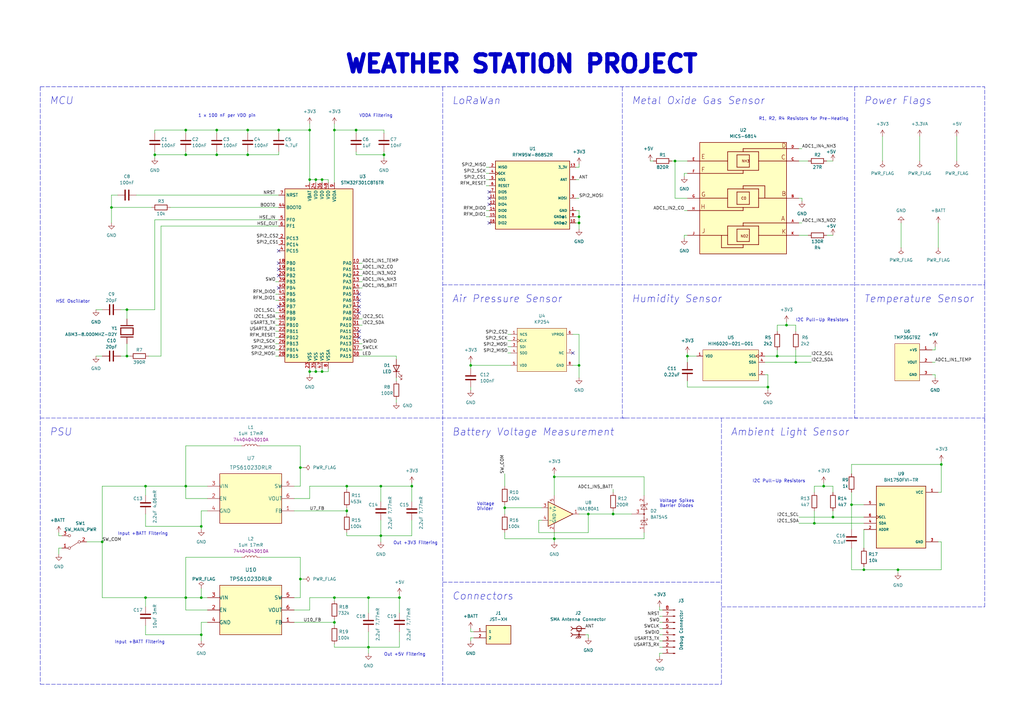
<source format=kicad_sch>
(kicad_sch (version 20211123) (generator eeschema)
  (paper "A3")
  (title_block (title "Weather Station") (date "2023-01-02") (rev "0.1") (company "Politechnika Poznańska") (comment 1 "Jakub Grzesiak") (comment 2 "Author:"))
  (junction (at 132.08 73.66))
  (junction (at 76.2 199.39))
  (junction (at 101.6 53.34))
  (junction (at 127 53.34))
  (junction (at 156.21 219.71))
  (junction (at 341.63 212.09))
  (junction (at 276.86 66.04))
  (junction (at 76.2 63.5))
  (junction (at 146.05 53.34))
  (junction (at 129.54 73.66))
  (junction (at 151.13 265.43))
  (junction (at 127 73.66))
  (junction (at 59.69 245.11))
  (junction (at 227.33 220.98))
  (junction (at 82.55 215.9))
  (junction (at 207.01 208.28))
  (junction (at 88.9 63.5))
  (junction (at 193.04 149.86))
  (junction (at 137.16 245.11))
  (junction (at 63.5 63.5))
  (junction (at 132.08 152.4))
  (junction (at 237.49 91.44))
  (junction (at 59.69 199.39))
  (junction (at 326.39 148.59))
  (junction (at 151.13 245.11))
  (junction (at 337.82 199.39))
  (junction (at 354.33 233.68))
  (junction (at 168.91 199.39))
  (junction (at 314.96 158.75))
  (junction (at 157.48 63.5))
  (junction (at 237.49 88.9))
  (junction (at 76.2 245.11))
  (junction (at 82.55 260.35))
  (junction (at 137.16 53.34))
  (junction (at 52.07 146.05))
  (junction (at 368.3 233.68))
  (junction (at 82.55 245.11))
  (junction (at 41.91 222.25))
  (junction (at 127 152.4))
  (junction (at 76.2 53.34))
  (junction (at 123.19 237.49))
  (junction (at 281.94 146.05))
  (junction (at 142.24 199.39))
  (junction (at 45.72 85.09))
  (junction (at 52.07 127))
  (junction (at 349.25 207.01))
  (junction (at 322.58 133.35))
  (junction (at 137.16 255.27))
  (junction (at 241.3 210.82))
  (junction (at 129.54 152.4))
  (junction (at 237.49 149.86))
  (junction (at 123.19 191.77))
  (junction (at 251.46 210.82))
  (junction (at 156.21 199.39))
  (junction (at 318.77 146.05))
  (junction (at 101.6 63.5))
  (junction (at 227.33 195.58))
  (junction (at 386.08 190.5))
  (junction (at 88.9 53.34))
  (junction (at 142.24 209.55))
  (junction (at 334.01 214.63))
  (junction (at 163.83 245.11))
  (junction (at 114.3 53.34))
  (no_connect (at 114.3 107.95))
  (no_connect (at 114.3 110.49))
  (no_connect (at 114.3 113.03))
  (no_connect (at 147.32 138.43))
  (no_connect (at 147.32 120.65))
  (no_connect (at 147.32 128.27))
  (no_connect (at 114.3 125.73))
  (no_connect (at 147.32 135.89))
  (no_connect (at 147.32 125.73))
  (no_connect (at 234.95 144.78))
  (no_connect (at 147.32 123.19))
  (no_connect (at 114.3 118.11))
  (no_connect (at 114.3 102.87))
  (no_connect (at 200.66 78.74))
  (no_connect (at 200.66 91.44))
  (no_connect (at 200.66 81.28))
  (no_connect (at 200.66 83.82))
  (wire (pts (xy 157.48 63.5) (xy 157.48 62.23)))
  (wire (pts (xy 322.58 132.08) (xy 322.58 133.35)))
  (wire (pts (xy 237.49 86.36) (xy 237.49 88.9)))
  (wire (pts (xy 137.16 255.27) (xy 137.16 256.54)))
  (wire (pts (xy 127 73.66) (xy 127 74.93)))
  (wire (pts (xy 236.22 86.36) (xy 237.49 86.36)))
  (wire (pts (xy 88.9 53.34) (xy 101.6 53.34)))
  (wire (pts (xy 241.3 210.82) (xy 251.46 210.82)))
  (wire (pts (xy 132.08 73.66) (xy 132.08 74.93)))
  (wire (pts (xy 280.67 71.12) (xy 280.67 72.39)))
  (wire (pts (xy 241.3 260.35) (xy 241.3 261.62)))
  (wire (pts (xy 281.94 96.52) (xy 280.67 96.52)))
  (wire (pts (xy 318.77 143.51) (xy 318.77 146.05)))
  (polyline (pts (xy 16.51 35.56) (xy 403.86 35.56)))
  (wire (pts (xy 314.96 158.75) (xy 314.96 160.02)))
  (wire (pts (xy 349.25 201.93) (xy 349.25 207.01)))
  (wire (pts (xy 76.2 62.23) (xy 76.2 63.5)))
  (wire (pts (xy 48.26 80.01) (xy 45.72 80.01)))
  (wire (pts (xy 270.51 265.43) (xy 271.78 265.43)))
  (wire (pts (xy 129.54 73.66) (xy 132.08 73.66)))
  (wire (pts (xy 384.81 91.44) (xy 384.81 101.6)))
  (wire (pts (xy 142.24 199.39) (xy 156.21 199.39)))
  (wire (pts (xy 156.21 219.71) (xy 168.91 219.71)))
  (polyline (pts (xy 295.91 280.67) (xy 295.91 248.92)))
  (wire (pts (xy 236.22 81.28) (xy 237.49 81.28)))
  (wire (pts (xy 237.49 91.44) (xy 237.49 93.98)))
  (wire (pts (xy 147.32 140.97) (xy 148.59 140.97)))
  (wire (pts (xy 82.55 241.3) (xy 82.55 245.11)))
  (wire (pts (xy 41.91 199.39) (xy 41.91 222.25)))
  (wire (pts (xy 227.33 194.31) (xy 227.33 195.58)))
  (wire (pts (xy 163.83 245.11) (xy 163.83 251.46)))
  (wire (pts (xy 151.13 265.43) (xy 163.83 265.43)))
  (wire (pts (xy 208.28 144.78) (xy 209.55 144.78)))
  (polyline (pts (xy 295.91 248.92) (xy 403.86 248.92)))
  (wire (pts (xy 199.39 73.66) (xy 200.66 73.66)))
  (wire (pts (xy 39.37 127) (xy 41.91 127)))
  (wire (pts (xy 157.48 53.34) (xy 146.05 53.34)))
  (wire (pts (xy 281.94 156.21) (xy 281.94 158.75)))
  (wire (pts (xy 76.2 63.5) (xy 88.9 63.5)))
  (wire (pts (xy 59.69 199.39) (xy 76.2 199.39)))
  (wire (pts (xy 382.27 153.67) (xy 383.54 153.67)))
  (wire (pts (xy 208.28 142.24) (xy 209.55 142.24)))
  (wire (pts (xy 208.28 139.7) (xy 209.55 139.7)))
  (wire (pts (xy 147.32 115.57) (xy 148.59 115.57)))
  (wire (pts (xy 354.33 232.41) (xy 354.33 233.68)))
  (wire (pts (xy 237.49 73.66) (xy 236.22 73.66)))
  (wire (pts (xy 368.3 233.68) (xy 368.3 234.95)))
  (wire (pts (xy 132.08 152.4) (xy 132.08 151.13)))
  (wire (pts (xy 113.03 138.43) (xy 114.3 138.43)))
  (wire (pts (xy 69.85 85.09) (xy 114.3 85.09)))
  (wire (pts (xy 24.13 218.44) (xy 24.13 219.71)))
  (wire (pts (xy 146.05 62.23) (xy 146.05 63.5)))
  (wire (pts (xy 147.32 118.11) (xy 148.59 118.11)))
  (polyline (pts (xy 255.27 171.45) (xy 256.54 171.45)))
  (wire (pts (xy 327.66 214.63) (xy 334.01 214.63)))
  (wire (pts (xy 386.08 189.23) (xy 386.08 190.5)))
  (wire (pts (xy 151.13 259.08) (xy 151.13 265.43)))
  (wire (pts (xy 227.33 195.58) (xy 264.16 195.58)))
  (wire (pts (xy 313.69 153.67) (xy 314.96 153.67)))
  (polyline (pts (xy 16.51 35.56) (xy 16.51 280.67)))
  (wire (pts (xy 384.81 201.93) (xy 386.08 201.93)))
  (wire (pts (xy 120.65 250.19) (xy 127 250.19)))
  (wire (pts (xy 114.3 63.5) (xy 114.3 62.23)))
  (wire (pts (xy 120.65 199.39) (xy 123.19 199.39)))
  (wire (pts (xy 114.3 54.61) (xy 114.3 53.34)))
  (wire (pts (xy 237.49 210.82) (xy 241.3 210.82)))
  (wire (pts (xy 334.01 199.39) (xy 334.01 201.93)))
  (wire (pts (xy 220.98 213.36) (xy 220.98 218.44)))
  (wire (pts (xy 113.03 130.81) (xy 114.3 130.81)))
  (polyline (pts (xy 403.86 248.92) (xy 403.86 35.56)))
  (wire (pts (xy 82.55 255.27) (xy 82.55 260.35)))
  (wire (pts (xy 328.93 81.28) (xy 328.93 82.55)))
  (wire (pts (xy 227.33 218.44) (xy 227.33 220.98)))
  (wire (pts (xy 114.3 143.51) (xy 113.03 143.51)))
  (wire (pts (xy 76.2 228.6) (xy 76.2 245.11)))
  (wire (pts (xy 123.19 191.77) (xy 123.19 199.39)))
  (wire (pts (xy 156.21 213.36) (xy 156.21 219.71)))
  (wire (pts (xy 383.54 142.24) (xy 383.54 143.51)))
  (wire (pts (xy 106.68 182.88) (xy 123.19 182.88)))
  (wire (pts (xy 354.33 233.68) (xy 368.3 233.68)))
  (wire (pts (xy 63.5 53.34) (xy 76.2 53.34)))
  (wire (pts (xy 123.19 182.88) (xy 123.19 191.77)))
  (wire (pts (xy 386.08 222.25) (xy 386.08 233.68)))
  (wire (pts (xy 199.39 76.2) (xy 200.66 76.2)))
  (wire (pts (xy 168.91 199.39) (xy 156.21 199.39)))
  (wire (pts (xy 146.05 63.5) (xy 157.48 63.5)))
  (wire (pts (xy 88.9 53.34) (xy 88.9 54.61)))
  (wire (pts (xy 59.69 248.92) (xy 59.69 245.11)))
  (wire (pts (xy 113.03 128.27) (xy 114.3 128.27)))
  (wire (pts (xy 199.39 88.9) (xy 200.66 88.9)))
  (wire (pts (xy 280.67 86.36) (xy 281.94 86.36)))
  (wire (pts (xy 271.78 250.19) (xy 270.51 250.19)))
  (wire (pts (xy 326.39 143.51) (xy 326.39 148.59)))
  (wire (pts (xy 349.25 233.68) (xy 354.33 233.68)))
  (wire (pts (xy 264.16 203.2) (xy 264.16 195.58)))
  (wire (pts (xy 354.33 217.17) (xy 354.33 224.79)))
  (wire (pts (xy 341.63 209.55) (xy 341.63 212.09)))
  (wire (pts (xy 328.93 91.44) (xy 327.66 91.44)))
  (wire (pts (xy 88.9 62.23) (xy 88.9 63.5)))
  (wire (pts (xy 35.56 222.25) (xy 41.91 222.25)))
  (wire (pts (xy 377.19 55.88) (xy 377.19 66.04)))
  (wire (pts (xy 113.03 133.35) (xy 114.3 133.35)))
  (polyline (pts (xy 16.51 280.67) (xy 295.91 280.67)))
  (wire (pts (xy 127 250.19) (xy 127 245.11)))
  (wire (pts (xy 318.77 146.05) (xy 313.69 146.05)))
  (wire (pts (xy 137.16 53.34) (xy 146.05 53.34)))
  (wire (pts (xy 270.51 252.73) (xy 271.78 252.73)))
  (wire (pts (xy 241.3 218.44) (xy 241.3 210.82)))
  (wire (pts (xy 386.08 190.5) (xy 386.08 201.93)))
  (wire (pts (xy 82.55 260.35) (xy 82.55 262.89)))
  (wire (pts (xy 168.91 199.39) (xy 168.91 205.74)))
  (wire (pts (xy 275.59 66.04) (xy 276.86 66.04)))
  (wire (pts (xy 163.83 259.08) (xy 163.83 265.43)))
  (wire (pts (xy 270.51 257.81) (xy 271.78 257.81)))
  (wire (pts (xy 318.77 135.89) (xy 318.77 133.35)))
  (wire (pts (xy 236.22 91.44) (xy 237.49 91.44)))
  (wire (pts (xy 328.93 60.96) (xy 327.66 60.96)))
  (wire (pts (xy 382.27 148.59) (xy 383.54 148.59)))
  (wire (pts (xy 60.96 146.05) (xy 66.04 146.05)))
  (wire (pts (xy 234.95 137.16) (xy 237.49 137.16)))
  (wire (pts (xy 52.07 127) (xy 52.07 130.81)))
  (wire (pts (xy 157.48 63.5) (xy 157.48 64.77)))
  (wire (pts (xy 220.98 218.44) (xy 241.3 218.44)))
  (wire (pts (xy 99.06 228.6) (xy 76.2 228.6)))
  (wire (pts (xy 349.25 207.01) (xy 349.25 217.17)))
  (wire (pts (xy 349.25 224.79) (xy 349.25 233.68)))
  (wire (pts (xy 85.09 209.55) (xy 82.55 209.55)))
  (wire (pts (xy 41.91 245.11) (xy 41.91 222.25)))
  (wire (pts (xy 101.6 53.34) (xy 101.6 54.61)))
  (wire (pts (xy 101.6 63.5) (xy 114.3 63.5)))
  (wire (pts (xy 237.49 149.86) (xy 237.49 154.94)))
  (wire (pts (xy 147.32 143.51) (xy 148.59 143.51)))
  (wire (pts (xy 193.04 149.86) (xy 193.04 151.13)))
  (wire (pts (xy 332.74 146.05) (xy 318.77 146.05)))
  (wire (pts (xy 369.57 91.44) (xy 369.57 101.6)))
  (wire (pts (xy 168.91 213.36) (xy 168.91 219.71)))
  (wire (pts (xy 199.39 86.36) (xy 200.66 86.36)))
  (wire (pts (xy 341.63 212.09) (xy 354.33 212.09)))
  (wire (pts (xy 280.67 96.52) (xy 280.67 97.79)))
  (wire (pts (xy 193.04 158.75) (xy 193.04 160.02)))
  (wire (pts (xy 106.68 228.6) (xy 123.19 228.6)))
  (wire (pts (xy 129.54 73.66) (xy 129.54 74.93)))
  (wire (pts (xy 76.2 53.34) (xy 88.9 53.34)))
  (wire (pts (xy 39.37 146.05) (xy 41.91 146.05)))
  (wire (pts (xy 383.54 153.67) (xy 383.54 154.94)))
  (wire (pts (xy 137.16 254) (xy 137.16 255.27)))
  (wire (pts (xy 82.55 245.11) (xy 85.09 245.11)))
  (wire (pts (xy 194.31 259.08) (xy 193.04 259.08)))
  (wire (pts (xy 236.22 68.58) (xy 237.49 68.58)))
  (wire (pts (xy 137.16 245.11) (xy 137.16 246.38)))
  (wire (pts (xy 127 199.39) (xy 142.24 199.39)))
  (wire (pts (xy 276.86 66.04) (xy 281.94 66.04)))
  (wire (pts (xy 207.01 218.44) (xy 207.01 220.98)))
  (wire (pts (xy 281.94 146.05) (xy 281.94 148.59)))
  (wire (pts (xy 132.08 73.66) (xy 134.62 73.66)))
  (wire (pts (xy 113.03 115.57) (xy 114.3 115.57)))
  (wire (pts (xy 270.51 262.89) (xy 271.78 262.89)))
  (wire (pts (xy 327.66 66.04) (xy 331.47 66.04)))
  (wire (pts (xy 114.3 53.34) (xy 127 53.34)))
  (polyline (pts (xy 350.52 171.45) (xy 351.79 171.45)))
  (wire (pts (xy 251.46 210.82) (xy 259.08 210.82)))
  (wire (pts (xy 147.32 113.03) (xy 148.59 113.03)))
  (wire (pts (xy 127 53.34) (xy 127 73.66)))
  (wire (pts (xy 142.24 219.71) (xy 156.21 219.71)))
  (wire (pts (xy 82.55 215.9) (xy 82.55 217.17)))
  (wire (pts (xy 63.5 127) (xy 52.07 127)))
  (wire (pts (xy 326.39 148.59) (xy 313.69 148.59)))
  (wire (pts (xy 85.09 255.27) (xy 82.55 255.27)))
  (wire (pts (xy 142.24 218.44) (xy 142.24 219.71)))
  (wire (pts (xy 339.09 96.52) (xy 341.63 96.52)))
  (wire (pts (xy 147.32 110.49) (xy 148.59 110.49)))
  (wire (pts (xy 59.69 260.35) (xy 82.55 260.35)))
  (wire (pts (xy 270.51 255.27) (xy 271.78 255.27)))
  (polyline (pts (xy 403.86 171.45) (xy 403.86 172.72)))
  (wire (pts (xy 207.01 220.98) (xy 227.33 220.98)))
  (wire (pts (xy 55.88 80.01) (xy 114.3 80.01)))
  (wire (pts (xy 207.01 207.01) (xy 207.01 208.28)))
  (wire (pts (xy 142.24 199.39) (xy 142.24 200.66)))
  (wire (pts (xy 24.13 224.79) (xy 24.13 227.33)))
  (wire (pts (xy 137.16 245.11) (xy 151.13 245.11)))
  (wire (pts (xy 341.63 201.93) (xy 341.63 199.39)))
  (wire (pts (xy 124.46 191.77) (xy 123.19 191.77)))
  (wire (pts (xy 63.5 63.5) (xy 76.2 63.5)))
  (wire (pts (xy 236.22 88.9) (xy 237.49 88.9)))
  (polyline (pts (xy 181.61 116.84) (xy 403.86 116.84)))
  (wire (pts (xy 147.32 107.95) (xy 148.59 107.95)))
  (wire (pts (xy 281.94 144.78) (xy 281.94 146.05)))
  (wire (pts (xy 76.2 250.19) (xy 85.09 250.19)))
  (wire (pts (xy 147.32 146.05) (xy 162.56 146.05)))
  (polyline (pts (xy 350.52 35.56) (xy 350.52 171.45)))
  (wire (pts (xy 147.32 133.35) (xy 148.59 133.35)))
  (wire (pts (xy 127 50.8) (xy 127 53.34)))
  (wire (pts (xy 349.25 207.01) (xy 354.33 207.01)))
  (wire (pts (xy 207.01 208.28) (xy 207.01 210.82)))
  (wire (pts (xy 127 152.4) (xy 129.54 152.4)))
  (wire (pts (xy 156.21 219.71) (xy 156.21 222.25)))
  (wire (pts (xy 386.08 233.68) (xy 368.3 233.68)))
  (wire (pts (xy 127 152.4) (xy 127 151.13)))
  (wire (pts (xy 76.2 245.11) (xy 76.2 250.19)))
  (wire (pts (xy 264.16 218.44) (xy 264.16 220.98)))
  (wire (pts (xy 59.69 256.54) (xy 59.69 260.35)))
  (wire (pts (xy 113.03 120.65) (xy 114.3 120.65)))
  (wire (pts (xy 59.69 199.39) (xy 59.69 203.2)))
  (wire (pts (xy 194.31 261.62) (xy 193.04 261.62)))
  (wire (pts (xy 337.82 199.39) (xy 334.01 199.39)))
  (wire (pts (xy 281.94 71.12) (xy 280.67 71.12)))
  (wire (pts (xy 113.03 123.19) (xy 114.3 123.19)))
  (wire (pts (xy 334.01 214.63) (xy 354.33 214.63)))
  (wire (pts (xy 276.86 81.28) (xy 281.94 81.28)))
  (wire (pts (xy 384.81 222.25) (xy 386.08 222.25)))
  (wire (pts (xy 222.25 213.36) (xy 220.98 213.36)))
  (wire (pts (xy 76.2 182.88) (xy 76.2 199.39)))
  (polyline (pts (xy 295.91 171.45) (xy 295.91 248.92)))
  (wire (pts (xy 129.54 152.4) (xy 129.54 151.13)))
  (wire (pts (xy 332.74 148.59) (xy 326.39 148.59)))
  (wire (pts (xy 101.6 53.34) (xy 114.3 53.34)))
  (wire (pts (xy 361.95 55.88) (xy 361.95 66.04)))
  (wire (pts (xy 76.2 245.11) (xy 82.55 245.11)))
  (wire (pts (xy 168.91 199.39) (xy 168.91 198.12)))
  (wire (pts (xy 276.86 81.28) (xy 276.86 66.04)))
  (wire (pts (xy 349.25 190.5) (xy 386.08 190.5)))
  (wire (pts (xy 63.5 90.17) (xy 114.3 90.17)))
  (wire (pts (xy 327.66 96.52) (xy 331.47 96.52)))
  (wire (pts (xy 162.56 146.05) (xy 162.56 147.32)))
  (wire (pts (xy 163.83 245.11) (xy 151.13 245.11)))
  (wire (pts (xy 52.07 146.05) (xy 53.34 146.05)))
  (wire (pts (xy 193.04 149.86) (xy 209.55 149.86)))
  (wire (pts (xy 120.65 209.55) (xy 142.24 209.55)))
  (wire (pts (xy 120.65 255.27) (xy 137.16 255.27)))
  (wire (pts (xy 82.55 209.55) (xy 82.55 215.9)))
  (wire (pts (xy 251.46 209.55) (xy 251.46 210.82)))
  (wire (pts (xy 127 73.66) (xy 129.54 73.66)))
  (wire (pts (xy 76.2 53.34) (xy 76.2 54.61)))
  (wire (pts (xy 334.01 209.55) (xy 334.01 214.63)))
  (wire (pts (xy 314.96 153.67) (xy 314.96 158.75)))
  (wire (pts (xy 264.16 220.98) (xy 227.33 220.98)))
  (wire (pts (xy 52.07 140.97) (xy 52.07 146.05)))
  (wire (pts (xy 227.33 195.58) (xy 227.33 203.2)))
  (wire (pts (xy 270.51 248.92) (xy 270.51 250.19)))
  (wire (pts (xy 349.25 194.31) (xy 349.25 190.5)))
  (wire (pts (xy 266.7 66.04) (xy 267.97 66.04)))
  (wire (pts (xy 156.21 199.39) (xy 156.21 205.74)))
  (wire (pts (xy 114.3 140.97) (xy 113.03 140.97)))
  (wire (pts (xy 66.04 146.05) (xy 66.04 92.71)))
  (wire (pts (xy 382.27 143.51) (xy 383.54 143.51)))
  (wire (pts (xy 392.43 55.88) (xy 392.43 66.04)))
  (wire (pts (xy 24.13 219.71) (xy 25.4 219.71)))
  (wire (pts (xy 227.33 220.98) (xy 227.33 222.25)))
  (wire (pts (xy 207.01 194.31) (xy 207.01 199.39)))
  (wire (pts (xy 63.5 62.23) (xy 63.5 63.5)))
  (wire (pts (xy 99.06 182.88) (xy 76.2 182.88)))
  (wire (pts (xy 151.13 265.43) (xy 151.13 267.97)))
  (wire (pts (xy 322.58 133.35) (xy 326.39 133.35)))
  (wire (pts (xy 45.72 85.09) (xy 62.23 85.09)))
  (wire (pts (xy 327.66 212.09) (xy 341.63 212.09)))
  (wire (pts (xy 49.53 127) (xy 52.07 127)))
  (wire (pts (xy 45.72 85.09) (xy 45.72 91.44)))
  (wire (pts (xy 339.09 66.04) (xy 341.63 66.04)))
  (wire (pts (xy 76.2 204.47) (xy 85.09 204.47)))
  (wire (pts (xy 270.51 260.35) (xy 271.78 260.35)))
  (polyline (pts (xy 255.27 35.56) (xy 255.27 171.45)))
  (wire (pts (xy 123.19 228.6) (xy 123.19 237.49)))
  (wire (pts (xy 281.94 146.05) (xy 285.75 146.05)))
  (wire (pts (xy 341.63 199.39) (xy 337.82 199.39)))
  (wire (pts (xy 327.66 81.28) (xy 328.93 81.28)))
  (wire (pts (xy 162.56 154.94) (xy 162.56 156.21)))
  (wire (pts (xy 337.82 198.12) (xy 337.82 199.39)))
  (wire (pts (xy 129.54 152.4) (xy 132.08 152.4)))
  (wire (pts (xy 88.9 63.5) (xy 101.6 63.5)))
  (wire (pts (xy 162.56 163.83) (xy 162.56 165.1)))
  (wire (pts (xy 101.6 62.23) (xy 101.6 63.5)))
  (wire (pts (xy 76.2 199.39) (xy 76.2 204.47)))
  (wire (pts (xy 134.62 73.66) (xy 134.62 74.93)))
  (wire (pts (xy 281.94 158.75) (xy 314.96 158.75)))
  (wire (pts (xy 127 245.11) (xy 137.16 245.11)))
  (wire (pts (xy 193.04 261.62) (xy 193.04 262.89)))
  (wire (pts (xy 59.69 215.9) (xy 82.55 215.9)))
  (wire (pts (xy 132.08 152.4) (xy 134.62 152.4)))
  (wire (pts (xy 113.03 135.89) (xy 114.3 135.89)))
  (polyline (pts (xy 16.51 171.45) (xy 403.86 171.45)))
  (wire (pts (xy 318.77 133.35) (xy 322.58 133.35)))
  (wire (pts (xy 237.49 88.9) (xy 237.49 91.44)))
  (wire (pts (xy 41.91 199.39) (xy 59.69 199.39)))
  (wire (pts (xy 271.78 267.97) (xy 270.51 267.97)))
  (wire (pts (xy 234.95 149.86) (xy 237.49 149.86)))
  (wire (pts (xy 63.5 63.5) (xy 63.5 64.77)))
  (polyline (pts (xy 403.86 116.84) (xy 403.86 115.57)))
  (wire (pts (xy 59.69 210.82) (xy 59.69 215.9)))
  (wire (pts (xy 45.72 80.01) (xy 45.72 85.09)))
  (wire (pts (xy 66.04 92.71) (xy 114.3 92.71)))
  (wire (pts (xy 146.05 54.61) (xy 146.05 53.34)))
  (wire (pts (xy 199.39 71.12) (xy 200.66 71.12)))
  (wire (pts (xy 137.16 265.43) (xy 151.13 265.43)))
  (wire (pts (xy 137.16 50.8) (xy 137.16 53.34)))
  (wire (pts (xy 193.04 148.59) (xy 193.04 149.86)))
  (wire (pts (xy 123.19 237.49) (xy 123.19 245.11)))
  (wire (pts (xy 123.19 245.11) (xy 120.65 245.11)))
  (wire (pts (xy 237.49 67.31) (xy 237.49 68.58)))
  (wire (pts (xy 270.51 267.97) (xy 270.51 269.24)))
  (wire (pts (xy 120.65 204.47) (xy 127 204.47)))
  (wire (pts (xy 142.24 209.55) (xy 142.24 210.82)))
  (wire (pts (xy 151.13 245.11) (xy 151.13 251.46)))
  (wire (pts (xy 49.53 146.05) (xy 52.07 146.05)))
  (wire (pts (xy 326.39 133.35) (xy 326.39 135.89)))
  (wire (pts (xy 142.24 208.28) (xy 142.24 209.55)))
  (wire (pts (xy 147.32 130.81) (xy 148.59 130.81)))
  (wire (pts (xy 207.01 208.28) (xy 222.25 208.28)))
  (wire (pts (xy 134.62 152.4) (xy 134.62 151.13)))
  (wire (pts (xy 163.83 243.84) (xy 163.83 245.11)))
  (wire (pts (xy 41.91 245.11) (xy 59.69 245.11)))
  (wire (pts (xy 76.2 199.39) (xy 85.09 199.39)))
  (wire (pts (xy 59.69 245.11) (xy 76.2 245.11)))
  (wire (pts (xy 199.39 68.58) (xy 200.66 68.58)))
  (wire (pts (xy 237.49 137.16) (xy 237.49 149.86)))
  (wire (pts (xy 63.5 54.61) (xy 63.5 53.34)))
  (wire (pts (xy 25.4 224.79) (xy 24.13 224.79)))
  (wire (pts (xy 193.04 257.81) (xy 193.04 259.08)))
  (wire (pts (xy 240.03 260.35) (xy 241.3 260.35)))
  (wire (pts (xy 124.46 237.49) (xy 123.19 237.49)))
  (polyline (pts (xy 181.61 238.76) (xy 295.91 238.76)))
  (wire (pts (xy 127 152.4) (xy 127 153.67)))
  (polyline (pts (xy 181.61 35.56) (xy 181.61 280.67)))
  (wire (pts (xy 137.16 264.16) (xy 137.16 265.43)))
  (wire (pts (xy 63.5 90.17) (xy 63.5 127)))
  (wire (pts (xy 251.46 200.66) (xy 251.46 201.93)))
  (wire (pts (xy 113.03 146.05) (xy 114.3 146.05)))
  (wire (pts (xy 137.16 53.34) (xy 137.16 74.93)))
  (wire (pts (xy 157.48 54.61) (xy 157.48 53.34)))
  (wire (pts (xy 208.28 137.16) (xy 209.55 137.16)))
  (wire (pts (xy 127 204.47) (xy 127 199.39)))
  (text "Humidity Sensor\n" (at 259.08 124.46 0) (effects (font (size 3 3) italic) (justify left bottom)))
  (text "HSE Oscillator" (at 22.86 124.46 0) (effects (font (size 1.27 1.27)) (justify left bottom)))
  (text "Out +5V Filtering" (at 157.48 269.24 0) (effects (font (size 1.27 1.27)) (justify left bottom)))
  (text "Temperature Sensor\n" (at 354.33 124.46 0) (effects (font (size 3 3) italic) (justify left bottom)))
  (text "Connectors" (at 185.42 246.38 0) (effects (font (size 3 3) italic) (justify left bottom)))
  (text "R1, R2, R4 Resistors for Pre-Heating" (at 311.15 49.53 0) (effects (font (size 1.27 1.27)) (justify left bottom)))
  (text "Input +BATT Filtering" (at 48.26 219.71 0) (effects (font (size 1.27 1.27)) (justify left bottom)))
  (text "LoRaWan" (at 185.42 43.18 0) (effects (font (size 3 3) italic) (justify left bottom)))
  (text "Voltage\nDivider\n" (at 195.58 209.55 0) (effects (font (size 1.27 1.27)) (justify left bottom)))
  (text "PSU" (at 20.32 179.07 0) (effects (font (size 3 3) italic) (justify left bottom)))
  (text "I2C Pull-Up Resistors" (at 308.61 198.12 0) (effects (font (size 1.27 1.27)) (justify left bottom)))
  (text "Ambient Light Sensor" (at 299.72 179.07 0) (effects (font (size 3 3) italic) (justify left bottom)))
  (text "Metal Oxide Gas Sensor\n" (at 259.08 43.18 0) (effects (font (size 3 3) italic) (justify left bottom)))
  (text "Voltage Spikes\nBarrier Diodes\n" (at 270.51 208.28 0) (effects (font (size 1.27 1.27)) (justify left bottom)))
  (text "Out +3V3 Filtering" (at 161.29 223.52 0) (effects (font (size 1.27 1.27)) (justify left bottom)))
  (text "Power Flags\n" (at 354.33 43.18 0) (effects (font (size 3 3) italic) (justify left bottom)))
  (text "MCU" (at 20.32 43.18 0) (effects (font (size 3 3) italic) (justify left bottom)))
  (text "1 x 100 nF per VDD pin" (at 81.28 48.26 0) (effects (font (size 1.27 1.27)) (justify left bottom)))
  (text "VDDA Filtering" (at 147.32 48.26 0) (effects (font (size 1.27 1.27)) (justify left bottom)))
  (text "WEATHER STATION PROJECT" (at 140.97 30.48 0) (effects (font (size 7 7) (thickness 2) bold) (justify left bottom)))
  (text "I2C Pull-Up Resistors" (at 326.39 132.08 0) (effects (font (size 1.27 1.27)) (justify left bottom)))
  (text "Air Pressure Sensor\n" (at 185.42 124.46 0) (effects (font (size 3 3) italic) (justify left bottom)))
  (text "Battery Voltage Measurement" (at 185.42 179.07 0) (effects (font (size 3 3) italic) (justify left bottom)))
  (text "Input +BATT Filtering" (at 46.99 264.16 0) (effects (font (size 1.27 1.27)) (justify left bottom)))
  (label "ADC1_IN4_NH3" (at 328.93 60.96 0))
  (label "ADC1_IN5_BATT" (at 148.59 118.11 0))
  (label "I2C1_SCL" (at 327.66 212.09 180))
  (label "SPI2_SCK" (at 113.03 140.97 180))
  (label "SWO" (at 270.51 255.27 180))
  (label "ADC1_IN3_NO2" (at 148.59 113.03 0))
  (label "ANT" (at 237.49 73.66 0))
  (label "SPI2_MOSI" (at 208.28 142.24 180))
  (label "SW_COM" (at 41.91 222.25 0))
  (label "SWDIO" (at 270.51 260.35 180))
  (label "USART3_RX" (at 270.51 265.43 180))
  (label "U7_FB" (at 127 209.55 0))
  (label "ANT" (at 240.03 257.81 0))
  (label "SWO" (at 113.03 115.57 180))
  (label "RFM_DIO0" (at 113.03 120.65 180))
  (label "I2C2_SDA" (at 148.59 133.35 0))
  (label "ADC1_IN2_CO" (at 280.67 86.36 180))
  (label "ADC1_IN3_NO2" (at 328.93 91.44 0))
  (label "SPI2_CS1" (at 114.3 100.33 180))
  (label "I2C2_SDA" (at 332.74 148.59 0))
  (label "ADC1_IN2_CO" (at 148.59 110.49 0))
  (label "ADC1_IN1_TEMP" (at 148.59 107.95 0))
  (label "SPI2_CS2" (at 114.3 97.79 180))
  (label "SPI2_SCK" (at 208.28 139.7 180))
  (label "SPI2_MISO" (at 208.28 144.78 180))
  (label "RFM_DIO1" (at 199.39 88.9 180))
  (label "SWCLK" (at 148.59 143.51 0))
  (label "SWCLK" (at 270.51 257.81 180))
  (label "BOOT0" (at 106.68 85.09 0))
  (label "SWDIO" (at 148.59 140.97 0))
  (label "SPI2_MISO" (at 113.03 143.51 180))
  (label "HSE_IN" (at 113.03 90.17 180))
  (label "RFM_DIO0" (at 199.39 86.36 180))
  (label "USART3_RX" (at 113.03 135.89 180))
  (label "ADC1_IN5_BATT" (at 251.46 200.66 180))
  (label "SPI2_CS2" (at 208.28 137.16 180))
  (label "I2C2_SCL" (at 148.59 130.81 0))
  (label "SPI2_MOSI" (at 237.49 81.28 0))
  (label "I2C1_SDA" (at 113.03 130.81 180))
  (label "SPI2_MOSI" (at 113.03 146.05 180))
  (label "HSE_OUT" (at 105.41 92.71 0))
  (label "RFM_DIO1" (at 113.03 123.19 180))
  (label "ADC1_IN1_TEMP" (at 383.54 148.59 0))
  (label "SPI2_SCK" (at 199.39 71.12 180))
  (label "SPI2_CS1" (at 199.39 73.66 180))
  (label "RFM_RESET" (at 113.03 138.43 180))
  (label "SPI2_MISO" (at 199.39 68.58 180))
  (label "I2C1_SCL" (at 113.03 128.27 180))
  (label "ADC1_IN4_NH3" (at 148.59 115.57 0))
  (label "U10_FB" (at 124.46 255.27 0))
  (label "I2C1_SDA" (at 327.66 214.63 180))
  (label "NRST" (at 270.51 252.73 180))
  (label "USART3_TX" (at 113.03 133.35 180))
  (label "I2C2_SCL" (at 332.74 146.05 0))
  (label "SW_COM" (at 207.01 194.31 90))
  (label "NRST" (at 107.95 80.01 0))
  (label "LED" (at 148.59 146.05 0))
  (label "USART3_TX" (at 270.51 262.89 180))
  (label "RFM_RESET" (at 199.39 76.2 180))
  (symbol (lib_id "power:+3V3") (at 137.16 50.8 0) (unit 1)
    (property "Reference" "#PWR02" (effects hide))
    (property "Value" "+3V3" (at 137.16 45.72 0))
  )
  (symbol (lib_id "power:+3V3") (at 361.95 55.88 0) (unit 1)
    (property "Reference" "#PWR03" (effects hide))
    (property "Value" "+3V3" (at 361.95 50.8 0))
  )
  (symbol (lib_id "Device:C") (at 59.69 252.73 0) (unit 1)
    (property "Reference" "C17" (at 54.61 250.19 0) (effects (justify left)))
    (property "Value" "10uF 3mR" (at 63.5 257.81 90) (effects (justify left)))
    (property "Footprint" "Capacitor_SMD:C_0805_2012Metric" (effects hide))
  )
  (symbol (lib_id "Device:R") (at 335.28 66.04 90) (mirror x) (unit 1)
    (property "Reference" "R2" (at 335.28 63.5 90))
    (property "Value" "27R" (at 335.28 68.58 90))
    (property "Footprint" "Resistor_SMD:R_0805_2012Metric" (effects hide))
  )
  (symbol (lib_id "power:PWR_FLAG") (at 82.55 241.3 0) (unit 1)
    (property "Reference" "#FLG08" (effects hide))
    (property "Value" "PWR_FLAG" (at 78.74 237.49 0) (effects (justify left)))
  )
  (symbol (lib_id "Device:L") (at 102.87 228.6 90) (unit 1)
    (property "Reference" "L2" (at 102.87 220.98 90))
    (property "Value" "1uH 17mR" (at 102.87 223.52 90))
    (property "Footprint" "74404043010A:74404043010A" (effects hide))
    (property "Datasheet" "https://www.we-online.com/catalog/datasheet/74404043010A.pdf" (effects hide))
    (property "Part Num" "74404043010A" (at 102.87 226.06 90))
  )
  (symbol (lib_id "Device:C") (at 59.69 207.01 0) (unit 1)
    (property "Reference" "C13" (at 54.61 204.47 0) (effects (justify left)))
    (property "Value" "2.2uF 4.06mR" (at 63.5 214.63 90) (effects (justify left)))
    (property "Footprint" "Capacitor_SMD:C_0805_2012Metric" (effects hide))
  )
  (symbol (lib_id "power:GND") (at 156.21 222.25 0) (unit 1)
    (property "Reference" "#PWR038" (effects hide))
    (property "Value" "GND" (at 156.21 227.33 0))
  )
  (symbol (lib_id "nowabliblo:RFM95W-868S2") (at 218.44 78.74 0) (unit 1)
    (property "Reference" "U1" (at 218.44 60.96 0))
    (property "Value" "RFM95W-868S2R" (at 218.44 63.5 0))
    (property "Footprint" "RF_Module:HOPERF_RFM69HW" (effects hide))
    (property "Datasheet" "https://www.tme.eu/Document/fc6c7b12273f0fc1178211dacfaccc66/RFM95_96_97_98W.pdf" (effects hide))
    (property "MANUFACTURER" "RF Solution" (effects hide))
  )
  (symbol (lib_id "power:GND") (at 280.67 97.79 0) (unit 1)
    (property "Reference" "#PWR018" (effects hide))
    (property "Value" "GND" (at 280.67 102.87 0))
  )
  (symbol (lib_id "power:GND") (at 237.49 93.98 0) (unit 1)
    (property "Reference" "#PWR014" (effects hide))
    (property "Value" "GND" (at 237.49 99.06 0))
  )
  (symbol (lib_id "Device:R") (at 142.24 204.47 0) (mirror y) (unit 1)
    (property "Reference" "R11" (at 146.05 203.2 0))
    (property "Value" "453k" (at 146.05 205.74 0))
    (property "Footprint" "Resistor_SMD:R_0805_2012Metric" (effects hide))
  )
  (symbol (lib_id "Device:R") (at 162.56 160.02 0) (unit 1)
    (property "Reference" "R8" (at 158.75 158.75 0))
    (property "Value" "100R" (at 158.75 161.29 0))
    (property "Footprint" "Resistor_SMD:R_0805_2012Metric" (effects hide))
  )
  (symbol (lib_id "Device:C") (at 157.48 58.42 180) (unit 1)
    (property "Reference" "C7" (at 160.02 57.15 0) (effects (justify right)))
    (property "Value" "10nF" (at 160.02 59.69 0) (effects (justify right)))
    (property "Footprint" "Capacitor_SMD:C_0805_2012Metric" (effects hide))
  )
  (symbol (lib_id "Switch:SW_SPDT") (at 30.48 222.25 180) (unit 1)
    (property "Reference" "SW1" (at 33.02 214.63 0))
    (property "Value" "SW_MAIN_PWR" (at 33.02 217.17 0))
    (property "Footprint" "Button_Switch_SMD:SW_SPDT_CK-JS102011SAQN" (effects hide))
  )
  (symbol (lib_id "power:GND") (at 280.67 72.39 0) (unit 1)
    (property "Reference" "#PWR011" (effects hide))
    (property "Value" "GND" (at 280.67 77.47 0))
  )
  (symbol (lib_id "power:GND") (at 314.96 160.02 0) (unit 1)
    (property "Reference" "#PWR029" (effects hide))
    (property "Value" "GND" (at 314.96 165.1 0))
  )
  (symbol (lib_id "power:PWR_FLAG") (at 392.43 66.04 180) (unit 1)
    (property "Reference" "#FLG03" (effects hide))
    (property "Value" "PWR_FLAG" (at 392.43 71.12 0))
  )
  (symbol (lib_id "power:PWR_FLAG") (at 124.46 237.49 270) (unit 1)
    (property "Reference" "#FLG07" (effects hide))
    (property "Value" "PWR_FLAG" (at 128.27 237.49 90) (effects (justify left)))
  )
  (symbol (lib_id "Device:C") (at 45.72 127 90) (unit 1)
    (property "Reference" "C9" (at 45.72 120.65 90))
    (property "Value" "20pF" (at 45.72 123.19 90))
    (property "Footprint" "Capacitor_SMD:C_0805_2012Metric" (effects hide))
  )
  (symbol (lib_id "power:GND") (at 127 153.67 0) (unit 1)
    (property "Reference" "#PWR025" (effects hide))
    (property "Value" "GND" (at 127 158.75 0))
  )
  (symbol (lib_id "Device:C") (at 63.5 58.42 180) (unit 1)
    (property "Reference" "C1" (at 66.04 57.15 0) (effects (justify right)))
    (property "Value" "100nF" (at 66.04 59.69 0) (effects (justify right)))
    (property "Footprint" "Capacitor_SMD:C_0805_2012Metric" (effects hide))
  )
  (symbol (lib_id "Device:C") (at 193.04 154.94 0) (unit 1)
    (property "Reference" "C12" (at 196.85 153.6699 0) (effects (justify left)))
    (property "Value" "100nF" (at 196.85 156.2099 0) (effects (justify left)))
    (property "Footprint" "Capacitor_SMD:C_0805_2012Metric" (effects hide))
  )
  (symbol (lib_id "power:GND") (at 270.51 269.24 0) (unit 1)
    (property "Reference" "#PWR049" (effects hide))
    (property "Value" "GND" (at 270.51 274.32 0))
  )
  (symbol (lib_id "Device:C") (at 163.83 255.27 0) (unit 1)
    (property "Reference" "C19" (at 158.75 252.73 0) (effects (justify left)))
    (property "Value" "2.2uF 7.77mR" (at 167.64 262.89 90) (effects (justify left)))
    (property "Footprint" "Capacitor_SMD:C_0805_2012Metric" (effects hide))
  )
  (symbol (lib_id "Device:R") (at 349.25 198.12 180) (unit 1)
    (property "Reference" "R9" (at 346.71 196.85 0))
    (property "Value" "1k" (at 346.71 199.39 0))
    (property "Footprint" "Resistor_SMD:R_0805_2012Metric" (effects hide))
  )
  (symbol (lib_id "Device:R") (at 271.78 66.04 270) (mirror x) (unit 1)
    (property "Reference" "R1" (at 271.78 63.5 90))
    (property "Value" "820R" (at 271.78 68.58 90))
    (property "Footprint" "Resistor_SMD:R_0805_2012Metric" (effects hide))
  )
  (symbol (lib_id "power:+3V3") (at 337.82 198.12 0) (mirror y) (unit 1)
    (property "Reference" "#PWR035" (effects hide))
    (property "Value" "+3V3" (at 337.82 193.04 0))
  )
  (symbol (lib_id "power:GND") (at 193.04 262.89 0) (unit 1)
    (property "Reference" "#PWR047" (effects hide))
    (property "Value" "GND" (at 193.04 267.97 0))
  )
  (symbol (lib_id "power:+5V") (at 392.43 55.88 0) (unit 1)
    (property "Reference" "#PWR05" (effects hide))
    (property "Value" "+5V" (at 392.43 50.8 0))
  )
  (symbol (lib_id "power:PWR_FLAG") (at 369.57 101.6 180) (unit 1)
    (property "Reference" "#FLG04" (effects hide))
    (property "Value" "PWR_FLAG" (at 369.57 106.68 0))
  )
  (symbol (lib_id "power:GND") (at 383.54 154.94 0) (unit 1)
    (property "Reference" "#PWR027" (effects hide))
    (property "Value" "GND" (at 383.54 160.02 0))
  )
  (symbol (lib_id "Device:C") (at 146.05 58.42 180) (unit 1)
    (property "Reference" "C6" (at 148.59 57.15 0) (effects (justify right)))
    (property "Value" "1uF" (at 148.59 59.69 0) (effects (justify right)))
    (property "Footprint" "Capacitor_SMD:C_0805_2012Metric" (effects hide))
  )
  (symbol (lib_id "power:GND") (at 45.72 91.44 0) (unit 1)
    (property "Reference" "#PWR013" (effects hide))
    (property "Value" "GND" (at 45.72 96.52 0))
  )
  (symbol (lib_id "Device:C") (at 151.13 255.27 0) (unit 1)
    (property "Reference" "C18" (at 146.05 252.73 0) (effects (justify left)))
    (property "Value" "2.2uF 7.77mR" (at 154.94 262.89 90) (effects (justify left)))
    (property "Footprint" "Capacitor_SMD:C_0805_2012Metric" (effects hide))
  )
  (symbol (lib_id "power:GND") (at 237.49 154.94 0) (unit 1)
    (property "Reference" "#PWR026" (effects hide))
    (property "Value" "GND" (at 237.49 160.02 0))
  )
  (symbol (lib_id "nowabliblo:BH1750FVI-TR") (at 369.57 212.09 0) (unit 1)
    (property "Reference" "U9" (at 369.57 194.31 0))
    (property "Value" "BH1750FVI-TR" (at 369.57 196.85 0))
    (property "Footprint" "BH1750FVI-TR:XDCR_BH1750FVI-TR" (effects hide))
    (property "Datasheet" "https://www.mouser.pl/datasheet/2/348/Rohm_11162017_ROHMS34826-1-1279292.pdf" (effects hide))
    (property "MAXIMUM_PACKAGE_HEIGHT" "0.75mm" (effects hide))
    (property "STANDARD" "Manufacturer recommendations" (effects hide))
    (property "PARTREV" "D" (effects hide))
    (property "MANUFACTURER" "Rohm" (effects hide))
  )
  (symbol (lib_id "Device:C") (at 114.3 58.42 180) (unit 1)
    (property "Reference" "C5" (at 116.84 57.15 0) (effects (justify right)))
    (property "Value" "4.7uF" (at 116.84 59.69 0) (effects (justify right)))
    (property "Footprint" "Capacitor_SMD:C_0805_2012Metric" (effects hide))
  )
  (symbol (lib_id "Connector:Conn_01x08_Male") (at 276.86 260.35 180) (unit 1)
    (property "Reference" "J3" (at 278.13 246.38 0) (effects (justify right)))
    (property "Value" "Debug Connector" (at 279.4 266.7 90) (effects (justify right)))
    (property "Footprint" "Connector_PinHeader_1.27mm:PinHeader_1x08_P1.27mm_Vertical" (effects hide))
  )
  (symbol (lib_id "power:+3V3") (at 322.58 132.08 0) (unit 1)
    (property "Reference" "#PWR020" (effects hide))
    (property "Value" "+3V3" (at 322.58 127 0))
  )
  (symbol (lib_id "power:GND") (at 39.37 146.05 0) (unit 1)
    (property "Reference" "#PWR023" (effects hide))
    (property "Value" "GND" (at 39.37 151.13 0))
  )
  (symbol (lib_id "nowabliblo:TMP36GT9Z") (at 372.11 148.59 0) (unit 1)
    (property "Reference" "U6" (at 372.11 135.89 0))
    (property "Value" "TMP36GT9Z" (at 372.11 138.43 0))
    (property "Footprint" "TMP36GT9Z:TO92127P521H733-3" (effects hide))
    (property "Datasheet" "https://www.mouser.pl/datasheet/2/609/TMP35_36_37-1504323.pdf" (effects hide))
    (property "MANUFACTURER" "Analog Devices" (effects hide))
    (property "PARTREV" "H" (effects hide))
    (property "STANDARD" "IPC-7251" (effects hide))
  )
  (symbol (lib_id "power:+BATT") (at 24.13 218.44 0) (unit 1)
    (property "Reference" "#PWR037" (effects hide))
    (property "Value" "+BATT" (at 26.67 213.36 0) (effects (justify right)))
  )
  (symbol (lib_id "power:+5V") (at 266.7 66.04 0) (unit 1)
    (property "Reference" "#PWR08" (effects hide))
    (property "Value" "+5V" (at 267.97 60.96 0) (effects (justify right)))
  )
  (symbol (lib_id "ABM3-8.000MHZ-D2Y:ABM3-8.000MHZ-D2Y") (at 52.07 135.89 90) (unit 1)
    (property "Reference" "Y1" (at 45.72 134.62 90) (effects (justify right)))
    (property "Value" "ABM3-8.000MHZ-D2Y" (at 26.67 137.16 90) (effects (justify right)))
    (property "Footprint" "Crystal:Crystal_SMD_Abracon_ABM3-2Pin_5.0x3.2mm_HandSoldering" (effects hide))
    (property "PARTREV" "4/25/2022" (effects hide))
    (property "MAXIMUM_PACKAGE_HEIGHT" "1.3 mm" (effects hide))
    (property "STANDARD" "Manufacturer Recommendations" (effects hide))
    (property "MANUFACTURER" "Abracon" (effects hide))
  )
  (symbol (lib_id "Device:R") (at 354.33 228.6 180) (unit 1)
    (property "Reference" "R17" (at 358.14 227.33 0))
    (property "Value" "10k" (at 358.14 229.87 0))
    (property "Footprint" "Resistor_SMD:R_0805_2012Metric" (effects hide))
  )
  (symbol (lib_id "power:+5V") (at 341.63 66.04 0) (unit 1)
    (property "Reference" "#PWR09" (effects hide))
    (property "Value" "+5V" (at 342.9 62.23 0) (effects (justify right)))
  )
  (symbol (lib_id "Device:R") (at 207.01 203.2 0) (mirror y) (unit 1)
    (property "Reference" "R10" (at 210.82 201.93 0))
    (property "Value" "100k" (at 210.82 204.47 0))
    (property "Footprint" "Resistor_SMD:R_0805_2012Metric" (effects hide))
  )
  (symbol (lib_id "power:PWR_FLAG") (at 377.19 66.04 180) (unit 1)
    (property "Reference" "#FLG02" (effects hide))
    (property "Value" "PWR_FLAG" (at 377.19 71.12 0))
  )
  (symbol (lib_id "MCU_ST_STM32F3:STM32F301C8Tx") (at 132.08 113.03 0) (unit 1)
    (property "Reference" "U3" (at 147.32 72.39 0) (effects (justify left)))
    (property "Value" "STM32F301C8T6TR" (at 139.7 74.93 0) (effects (justify left)))
    (property "Footprint" "Package_QFP:LQFP-48_7x7mm_P0.5mm" (effects hide))
    (property "Datasheet" "http://www.st.com/st-web-ui/static/active/en/resource/technical/document/datasheet/DM00093332.pdf" (effects hide))
  )
  (symbol (lib_id "Device:R") (at 142.24 214.63 0) (mirror y) (unit 1)
    (property "Reference" "R15" (at 146.05 213.36 0))
    (property "Value" "100k" (at 146.05 215.9 0))
    (property "Footprint" "Resistor_SMD:R_0805_2012Metric" (effects hide))
  )
  (symbol (lib_id "power:GND") (at 82.55 217.17 0) (unit 1)
    (property "Reference" "#PWR036" (effects hide))
    (property "Value" "GND" (at 82.55 222.25 0))
  )
  (symbol (lib_id "power:GND") (at 193.04 160.02 0) (unit 1)
    (property "Reference" "#PWR028" (effects hide))
    (property "Value" "GND" (at 193.04 165.1 0))
  )
  (symbol (lib_id "power:+5V") (at 341.63 96.52 0) (unit 1)
    (property "Reference" "#PWR017" (effects hide))
    (property "Value" "+5V" (at 342.9 92.71 0) (effects (justify right)))
  )
  (symbol (lib_id "Device:R") (at 137.16 250.19 0) (mirror y) (unit 1)
    (property "Reference" "R18" (at 140.97 248.92 0))
    (property "Value" "732k" (at 140.97 251.46 0))
    (property "Footprint" "Resistor_SMD:R_0805_2012Metric" (effects hide))
  )
  (symbol (lib_id "power:+3V3") (at 237.49 67.31 0) (unit 1)
    (property "Reference" "#PWR010" (effects hide))
    (property "Value" "+3V3" (at 237.49 62.23 0))
  )
  (symbol (lib_id "Device:R") (at 137.16 260.35 0) (mirror y) (unit 1)
    (property "Reference" "R19" (at 140.97 259.08 0))
    (property "Value" "100k" (at 140.97 261.62 0))
    (property "Footprint" "Resistor_SMD:R_0805_2012Metric" (effects hide))
  )
  (symbol (lib_id "power:+3V3") (at 168.91 198.12 0) (unit 1)
    (property "Reference" "#PWR034" (effects hide))
    (property "Value" "+3V3" (at 168.91 193.04 0))
  )
  (symbol (lib_id "nowabliblo:KP254") (at 207.01 137.16 0) (unit 1)
    (property "Reference" "U4" (at 222.25 129.54 0))
    (property "Value" "KP254" (at 222.25 132.08 0))
    (property "Footprint" "KP254:Infineon-KP254-Manufacturer_Recommended" (effects hide))
    (property "Datasheet" "https://4donline.ihs.com/images/VipMasterIC/IC/INFN/INFN-S-A0002806716/INFN-S-A0002806716-1.pdf?hkey=6D3A4C79FDBF58556ACFDE234799DDF0" (effects hide))
    (property "Accuracy" "+/- 1.5 kPa" (effects hide))
    (property "Component Link 1 Description" "Manufacturer URL" (effects hide))
    (property "Component Link 1 URL" "http://www.infineon.com/" (effects hide))
    (property "Component Link 3 Description" "Package Specification" (effects hide))
    (property "Component Link 3 URL" "http://www.infineon.com/dgdl/KP256_DS_Rev_1.0.pdf?folderId=db3a30431d8a6b3c011dd8fc5a954267&fileId=db3a3043382e8373013847b49bbf7872" (effects hide))
    (property "Datasheet Version" "Rev 1.0" (effects hide))
    (property "Green" "true" (effects hide))
    (property "Halogen free" "true" (effects hide))
    (property "Mounting Technology" "Surface Mount" (effects hide))
    (property "Output" "Digital SPI" (effects hide))
    (property "Package Description" "8-Pin Plastic (Green) Dual Small Outline Flat Package, 7 x 7 mm Body, 1.27 mm Pitch" (effects hide))
    (property "Packing" "Reel" (effects hide))
    (property "Pressure Range kPa" "40 to 115" (effects hide))
    (property "Supply Voltage Range" "3.3 to 5 V" (effects hide))
    (property "category" "IC" (effects hide))
    (property "ciiva ids" "21181801" (effects hide))
    (property "library id" "2abad70d0bc94255" (effects hide))
    (property "manufacturer" "Infineon" (effects hide))
    (property "package" "PG-DSOF-8-16" (effects hide))
    (property "release date" "1409234921" (effects hide))
    (property "vault revision" "05093942-5C5D-45B1-86BA-285F01E8161D" (effects hide))
    (property "imported" "yes" (effects hide))
  )
  (symbol (lib_id "Device:C") (at 52.07 80.01 90) (unit 1)
    (property "Reference" "C8" (at 52.07 72.39 90))
    (property "Value" "100nF" (at 52.07 74.93 90))
    (property "Footprint" "Capacitor_SMD:C_0805_2012Metric" (effects hide))
  )
  (symbol (lib_id "power:+3V3") (at 127 50.8 0) (unit 1)
    (property "Reference" "#PWR01" (effects hide))
    (property "Value" "+3V3" (at 127 45.72 0))
  )
  (symbol (lib_id "Device:R") (at 341.63 205.74 180) (unit 1)
    (property "Reference" "R14" (at 345.44 204.47 0))
    (property "Value" "4k7" (at 345.44 207.01 0))
    (property "Footprint" "Resistor_SMD:R_0805_2012Metric" (effects hide))
  )
  (symbol (lib_id "Device:R") (at 326.39 139.7 0) (mirror x) (unit 1)
    (property "Reference" "R6" (at 330.2 138.43 0))
    (property "Value" "2k2" (at 330.2 140.97 0))
    (property "Footprint" "Resistor_SMD:R_0805_2012Metric" (effects hide))
  )
  (symbol (lib_id "nowabliblo:HIH6020-021-001") (at 283.21 146.05 0) (unit 1)
    (property "Reference" "U5" (at 299.72 138.43 0))
    (property "Value" "HIH6020-021-001" (at 299.72 140.97 0))
    (property "Footprint" "HIH7120-021-001:Honeywell-HIH7120-021-001-Recommended_Land_Pattern_" (effects hide))
    (property "Datasheet" "https://www.tme.eu/Document/4f08a01abf59c9617dbebe4cf404fb89/HIH8000-SERIES-EN.pdf" (effects hide))
    (property "accuracy" "3%" (effects hide))
    (property "automotive" "No" (effects hide))
    (property "category" "IC" (effects hide))
    (property "device class L1" "Sensors" (effects hide))
    (property "device class L2" "Temperature and Humidity Sensors" (effects hide))
    (property "device class L3" "unset" (effects hide))
    (property "digikey description" "SENS HUMID/TEMP 3.3V I2C 3% 4SIP" (effects hide))
    (property "digikey part number" "HIH7120-021-001CT-ND" (effects hide))
    (property "height" "5.9mm" (effects hide))
    (property "interface" "I2C" (effects hide))
    (property "lead free" "Yes" (effects hide))
    (property "library id" "8e89cb5af77a7f77" (effects hide))
    (property "manufacturer" "Honeywell" (effects hide))
    (property "max supply voltage" "5.5V" (effects hide))
    (property "min supply voltage" "2.3V" (effects hide))
    (property "mouser description" "Board Mount Humidity Sensors SIP 4-Pin w/o Filter Non-condensing" (effects hide))
    (property "mouser part number" "785-HIH7120-021-001" (effects hide))
    (property "operating supply current" "0.65mA" (effects hide))
    (property "package" "SIP4" (effects hide))
    (property "resolution" "14bits" (effects hide))
    (property "rohs" "Yes" (effects hide))
    (property "sensor output" "I2C" (effects hide))
    (property "standoff height" "1.2mm" (effects hide))
    (property "temperature range high" "+100°C" (effects hide))
    (property "temperature range low" "-40°C" (effects hide))
  )
  (symbol (lib_id "power:+3V3") (at 227.33 194.31 0) (mirror y) (unit 1)
    (property "Reference" "#PWR033" (effects hide))
    (property "Value" "+3V3" (at 227.33 189.23 0))
  )
  (symbol (lib_id "power:+5V") (at 383.54 142.24 0) (unit 1)
    (property "Reference" "#PWR0101" (effects hide))
    (property "Value" "+5V" (at 384.81 137.16 0) (effects (justify right)))
  )
  (symbol (lib_id "Device:R") (at 335.28 96.52 90) (mirror x) (unit 1)
    (property "Reference" "R4" (at 335.28 101.6 90))
    (property "Value" "130R" (at 335.28 99.06 90))
    (property "Footprint" "Resistor_SMD:R_0805_2012Metric" (effects hide))
  )
  (symbol (lib_id "power:GND") (at 369.57 91.44 180) (unit 1)
    (property "Reference" "#PWR015" (effects hide))
    (property "Value" "GND" (at 369.57 86.36 0))
  )
  (symbol (lib_id "Diode:BAT54S") (at 264.16 210.82 270) (mirror x) (unit 1)
    (property "Reference" "D2" (at 266.7 209.5499 90) (effects (justify left)))
    (property "Value" "BAT54S" (at 266.7 212.0899 90) (effects (justify left)))
    (property "Footprint" "Package_TO_SOT_SMD:SOT-23" (effects hide))
    (property "Datasheet" "https://www.diodes.com/assets/Datasheets/ds11005.pdf" (effects hide))
  )
  (symbol (lib_id "power:GND") (at 368.3 234.95 0) (unit 1)
    (property "Reference" "#PWR041" (effects hide))
    (property "Value" "GND" (at 368.3 240.03 0))
  )
  (symbol (lib_id "power:PWR_FLAG") (at 124.46 191.77 270) (unit 1)
    (property "Reference" "#FLG06" (effects hide))
    (property "Value" "PWR_FLAG" (at 128.27 191.77 90) (effects (justify left)))
  )
  (symbol (lib_id "power:PWR_FLAG") (at 361.95 66.04 180) (unit 1)
    (property "Reference" "#FLG01" (effects hide))
    (property "Value" "PWR_FLAG" (at 361.95 71.12 0))
  )
  (symbol (lib_id "power:+3V3") (at 193.04 148.59 0) (unit 1)
    (property "Reference" "#PWR024" (effects hide))
    (property "Value" "+3V3" (at 193.04 143.51 0))
  )
  (symbol (lib_id "2022-11-08_01-09-53:TPS61023DRLR") (at 102.87 250.19 0) (unit 1)
    (property "Reference" "U10" (at 102.87 233.68 0) (effects (font (size 1.524 1.524))))
    (property "Value" "TPS61023DRLR" (at 102.87 237.49 0) (effects (font (size 1.524 1.524))))
    (property "Footprint" "TPS61023DRLR:TPS61023DRLR" (effects hide))
    (property "Datasheet" "https://www.ti.com/general/docs/suppproductinfo.tsp?distId=26&gotoUrl=https://www.ti.com/lit/gpn/tps61023" (effects hide))
  )
  (symbol (lib_id "Amplifier_Current:INA180A1") (at 229.87 210.82 0) (unit 1)
    (property "Reference" "U8" (at 241.3 206.121 0))
    (property "Value" "INA180A1" (at 241.3 208.661 0))
    (property "Footprint" "Package_TO_SOT_SMD:SOT-23-5" (effects hide))
    (property "Datasheet" "http://www.ti.com/lit/ds/symlink/ina180.pdf" (effects hide))
  )
  (symbol (lib_id "power:GND") (at 39.37 127 0) (unit 1)
    (property "Reference" "#PWR019" (effects hide))
    (property "Value" "GND" (at 39.37 132.08 0))
  )
  (symbol (lib_id "power:GND") (at 162.56 165.1 0) (unit 1)
    (property "Reference" "#PWR030" (effects hide))
    (property "Value" "GND" (at 165.1 166.3699 0) (effects (justify left)))
  )
  (symbol (lib_id "power:+5V") (at 163.83 243.84 0) (unit 1)
    (property "Reference" "#PWR042" (effects hide))
    (property "Value" "+5V" (at 163.83 238.76 0))
  )
  (symbol (lib_id "2022-11-08_01-09-53:TPS61023DRLR") (at 102.87 204.47 0) (unit 1)
    (property "Reference" "U7" (at 102.87 187.96 0) (effects (font (size 1.524 1.524))))
    (property "Value" "TPS61023DRLR" (at 102.87 191.77 0) (effects (font (size 1.524 1.524))))
    (property "Footprint" "TPS61023DRLR:TPS61023DRLR" (effects hide))
    (property "Datasheet" "https://www.ti.com/general/docs/suppproductinfo.tsp?distId=26&gotoUrl=https://www.ti.com/lit/gpn/tps61023" (effects hide))
  )
  (symbol (lib_id "power:+3V3") (at 281.94 144.78 0) (mirror y) (unit 1)
    (property "Reference" "#PWR022" (effects hide))
    (property "Value" "+3V3" (at 281.94 139.7 0))
  )
  (symbol (lib_id "power:PWR_FLAG") (at 384.81 101.6 180) (unit 1)
    (property "Reference" "#FLG05" (effects hide))
    (property "Value" "PWR_FLAG" (at 384.81 106.68 0))
  )
  (symbol (lib_id "Device:LED") (at 162.56 151.13 90) (unit 1)
    (property "Reference" "D1" (at 158.75 149.86 90))
    (property "Value" "LED" (at 158.75 152.4 90))
    (property "Footprint" "LED_SMD:LED_0805_2012Metric" (effects hide))
  )
  (symbol (lib_id "power:+3.3VA") (at 377.19 55.88 0) (unit 1)
    (property "Reference" "#PWR04" (effects hide))
    (property "Value" "+3.3VA" (at 377.19 50.8 0))
  )
  (symbol (lib_id "power:+BATT") (at 384.81 91.44 0) (unit 1)
    (property "Reference" "#PWR016" (effects hide))
    (property "Value" "+BATT" (at 384.81 86.36 0))
  )
  (symbol (lib_id "power:+BATT") (at 193.04 257.81 0) (unit 1)
    (property "Reference" "#PWR044" (effects hide))
    (property "Value" "+BATT" (at 193.04 252.73 0))
  )
  (symbol (lib_id "Device:R") (at 334.01 205.74 180) (unit 1)
    (property "Reference" "R13" (at 330.2 204.47 0))
    (property "Value" "4k7" (at 330.2 207.01 0))
    (property "Footprint" "Resistor_SMD:R_0805_2012Metric" (effects hide))
  )
  (symbol (lib_id "power:+3V3") (at 270.51 248.92 0) (unit 1)
    (property "Reference" "#PWR043" (effects hide))
    (property "Value" "+3V3" (at 270.51 243.84 0))
  )
  (symbol (lib_id "power:GND") (at 328.93 82.55 0) (unit 1)
    (property "Reference" "#PWR012" (effects hide))
    (property "Value" "GND" (at 328.93 87.63 0))
  )
  (symbol (lib_id "Device:R") (at 66.04 85.09 90) (unit 1)
    (property "Reference" "R3" (at 66.04 82.55 90))
    (property "Value" "10k" (at 66.04 87.63 90))
    (property "Footprint" "Resistor_SMD:R_0805_2012Metric" (effects hide))
  )
  (symbol (lib_id "Device:C") (at 281.94 152.4 180) (unit 1)
    (property "Reference" "C11" (at 275.59 151.13 0))
    (property "Value" "0.22uF" (at 275.59 153.67 0))
    (property "Footprint" "Capacitor_SMD:C_0805_2012Metric" (effects hide))
  )
  (symbol (lib_id "power:+3V3") (at 386.08 189.23 0) (mirror y) (unit 1)
    (property "Reference" "#PWR031" (effects hide))
    (property "Value" "+3V3" (at 386.08 184.15 0))
  )
  (symbol (lib_id "Device:C") (at 45.72 146.05 90) (unit 1)
    (property "Reference" "C10" (at 45.72 139.7 90))
    (property "Value" "20pF" (at 45.72 142.24 90))
    (property "Footprint" "Capacitor_SMD:C_0805_2012Metric" (effects hide))
  )
  (symbol (lib_id "Device:R") (at 207.01 214.63 0) (mirror y) (unit 1)
    (property "Reference" "R16" (at 210.82 213.36 0))
    (property "Value" "100k" (at 210.82 215.9 0))
    (property "Footprint" "Resistor_SMD:R_0805_2012Metric" (effects hide))
  )
  (symbol (lib_id "Device:R") (at 57.15 146.05 90) (unit 1)
    (property "Reference" "R7" (at 57.15 143.51 90))
    (property "Value" "390R" (at 57.15 148.59 90))
    (property "Footprint" "Resistor_SMD:R_0805_2012Metric" (effects hide))
  )
  (symbol (lib_id "Device:R") (at 251.46 205.74 0) (mirror y) (unit 1)
    (property "Reference" "R12" (at 255.27 204.47 0))
    (property "Value" "200R" (at 255.27 207.01 0))
    (property "Footprint" "Resistor_SMD:R_0805_2012Metric" (effects hide))
  )
  (symbol (lib_id "power:GND") (at 227.33 222.25 0) (unit 1)
    (property "Reference" "#PWR039" (effects hide))
    (property "Value" "GND" (at 227.33 227.33 0))
  )
  (symbol (lib_id "power:GND") (at 82.55 262.89 0) (unit 1)
    (property "Reference" "#PWR046" (effects hide))
    (property "Value" "GND" (at 82.55 267.97 0))
  )
  (symbol (lib_id "nowabliblo:MICS-6814") (at 304.8 81.28 0) (unit 1)
    (property "Reference" "U2" (at 304.8 53.34 0))
    (property "Value" "MICS-6814" (at 304.8 55.88 0))
    (property "Footprint" "MICS-6814:SENSOR_MICS-6814" (effects hide))
    (property "Datasheet" "https://www.tme.eu/Document/af99a343b8ad35bb649c0dd4bc41e59a/MiCS-6814%20rev%208.pdf" (effects hide))
    (property "PACKAGE" "None" (effects hide))
    (property "MP" "MICS-6814" (effects hide))
    (property "AVAILABILITY" "Unavailable" (effects hide))
    (property "PRICE" "None" (effects hide))
    (property "MF" "SGX Sensortech" (effects hide))
    (property "DESCRIPTION" "Three gas SMD NH3, CO and NO2" (effects hide))
  )
  (symbol (lib_id "power:GND") (at 24.13 227.33 0) (unit 1)
    (property "Reference" "#PWR040" (effects hide))
    (property "Value" "GND" (at 24.13 232.41 0))
  )
  (symbol (lib_id "nowabliblo:B2B-XH-A(LF)(SN)") (at 204.47 260.35 0) (unit 1)
    (property "Reference" "J1" (at 203.2 251.46 0) (effects (justify left)))
    (property "Value" "JST-XH" (at 200.66 254 0) (effects (justify left)))
    (property "Footprint" "Connector_JST:JST_XH_B2B-XH-A_1x02_P2.50mm_Vertical" (effects hide))
    (property "Datasheet" "https://www.tme.eu/Document/0a99312bb6c67d3f0f7869fe9a023cea/XH.pdf" (effects hide))
    (property "AVAILABILITY" "In Stock" (effects hide))
    (property "PACKAGE" "None" (effects hide))
    (property "MP" "B2B-XH-A(LF)(SN)" (effects hide))
    (property "DESCRIPTION" "Connector Header Through Hole 2 position 0.098 (2.50mm)" (effects hide))
    (property "MF" "JST Sales" (effects hide))
    (property "PRICE" "None" (effects hide))
  )
  (symbol (lib_id "power:GND") (at 157.48 64.77 0) (unit 1)
    (property "Reference" "#PWR07" (effects hide))
    (property "Value" "GND" (at 157.48 69.85 0))
  )
  (symbol (lib_id "power:GND") (at 151.13 267.97 0) (unit 1)
    (property "Reference" "#PWR048" (effects hide))
    (property "Value" "GND" (at 151.13 273.05 0))
  )
  (symbol (lib_id "Device:C") (at 101.6 58.42 180) (unit 1)
    (property "Reference" "C4" (at 104.14 57.15 0) (effects (justify right)))
    (property "Value" "100nF" (at 104.14 59.69 0) (effects (justify right)))
    (property "Footprint" "Capacitor_SMD:C_0805_2012Metric" (effects hide))
  )
  (symbol (lib_id "power:GND") (at 241.3 261.62 0) (unit 1)
    (property "Reference" "#PWR045" (effects hide))
    (property "Value" "GND" (at 241.3 266.7 0))
  )
  (symbol (lib_id "Device:R") (at 318.77 139.7 0) (mirror x) (unit 1)
    (property "Reference" "R5" (at 314.96 138.43 0))
    (property "Value" "2k2" (at 314.96 140.97 0))
    (property "Footprint" "Resistor_SMD:R_0805_2012Metric" (effects hide))
  )
  (symbol (lib_id "Device:C") (at 88.9 58.42 180) (unit 1)
    (property "Reference" "C3" (at 91.44 57.15 0) (effects (justify right)))
    (property "Value" "100nF" (at 91.44 59.69 0) (effects (justify right)))
    (property "Footprint" "Capacitor_SMD:C_0805_2012Metric" (effects hide))
  )
  (symbol (lib_id "power:GND") (at 63.5 64.77 0) (unit 1)
    (property "Reference" "#PWR06" (effects hide))
    (property "Value" "GND" (at 63.5 69.85 0))
  )
  (symbol (lib_id "Device:C") (at 168.91 209.55 0) (unit 1)
    (property "Reference" "C15" (at 163.83 207.01 0) (effects (justify left)))
    (property "Value" "2.2uF 7.77mR" (at 172.72 217.17 90) (effects (justify left)))
    (property "Footprint" "Capacitor_SMD:C_0805_2012Metric" (effects hide))
    (property "Part Num" "GRM21BR71E225KA73L" (effects hide))
  )
  (symbol (lib_id "Device:C") (at 76.2 58.42 180) (unit 1)
    (property "Reference" "C2" (at 78.74 57.15 0) (effects (justify right)))
    (property "Value" "100nF" (at 78.74 59.69 0) (effects (justify right)))
    (property "Footprint" "Capacitor_SMD:C_0805_2012Metric" (effects hide))
  )
  (symbol (lib_id "Device:C") (at 349.25 220.98 0) (unit 1)
    (property "Reference" "C16" (at 342.9 219.71 0) (effects (justify left)))
    (property "Value" "0.1uF" (at 341.63 222.25 0) (effects (justify left)))
    (property "Footprint" "Capacitor_SMD:C_0805_2012Metric" (effects hide))
  )
  (symbol (lib_id "MOLEX_SMA_73251-1350:73251-1350") (at 237.49 260.35 0) (unit 1)
    (property "Reference" "J2" (at 237.109 251.46 0))
    (property "Value" "SMA Antenna Connector" (at 237.109 254 0))
    (property "Footprint" "MOLEX_SMA_73251-1350:MOLEX_73251-1350" (effects hide))
    (property "Datasheet" "https://www.molex.com/webdocs/datasheets/pdf/en-us/0732511350_RF_COAX_CONNECTORS.pdf" (effects hide))
    (property "MANUFACTURER" "Molex" (effects hide))
    (property "STANDARD" "Manufacturer Recommendations" (effects hide))
    (property "PARTREV" "C4" (effects hide))
    (property "MAXIMUM_PACKAGE_HEIGHT" "9.655mm" (effects hide))
  )
  (symbol (lib_id "Device:C") (at 156.21 209.55 0) (unit 1)
    (property "Reference" "C14" (at 151.13 207.01 0) (effects (justify left)))
    (property "Value" "2.2uF 7.77mR" (at 160.02 217.17 90) (effects (justify left)))
    (property "Footprint" "Capacitor_SMD:C_0805_2012Metric" (effects hide))
    (property "Part Num" "GRM21BR71E225KA73L" (effects hide))
  )
  (symbol (lib_id "Device:L") (at 102.87 182.88 90) (unit 1)
    (property "Reference" "L1" (at 102.87 175.26 90))
    (property "Value" "1uH 17mR" (at 102.87 177.8 90))
    (property "Footprint" "74404043010A:74404043010A" (effects hide))
    (property "Datasheet" "https://www.we-online.com/catalog/datasheet/74404043010A.pdf" (effects hide))
    (property "Part Num" "74404043010A" (at 102.87 180.34 90))
  )
)
</source>
